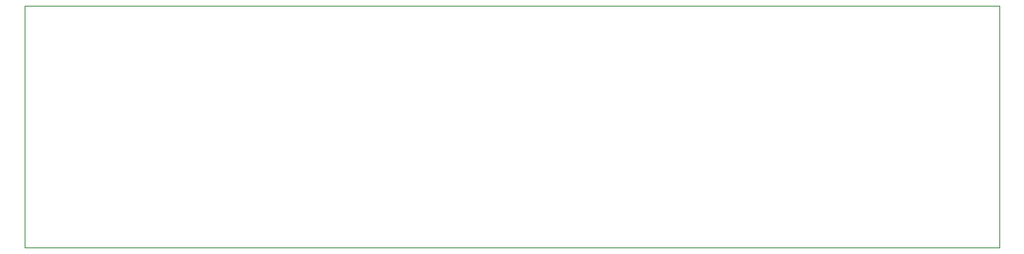
<source format=gbr>
%TF.GenerationSoftware,KiCad,Pcbnew,8.0.5*%
%TF.CreationDate,2024-10-28T21:30:14-07:00*%
%TF.ProjectId,PRISM Macro Pad,50524953-4d20-44d6-9163-726f20506164,rev?*%
%TF.SameCoordinates,Original*%
%TF.FileFunction,Profile,NP*%
%FSLAX46Y46*%
G04 Gerber Fmt 4.6, Leading zero omitted, Abs format (unit mm)*
G04 Created by KiCad (PCBNEW 8.0.5) date 2024-10-28 21:30:14*
%MOMM*%
%LPD*%
G01*
G04 APERTURE LIST*
%TA.AperFunction,Profile*%
%ADD10C,0.050000*%
%TD*%
G04 APERTURE END LIST*
D10*
X104789999Y-69750000D02*
X205289999Y-69750000D01*
X205289999Y-94750000D01*
X104789999Y-94750000D01*
X104789999Y-69750000D01*
M02*

</source>
